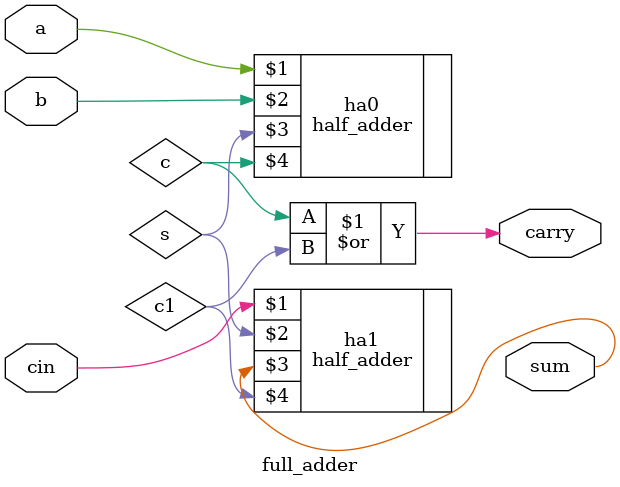
<source format=sv>
module full_adder(
    input a,b,cin,
    output sum,carry
);

wire c,c1,s;

half_adder ha0(a,b,s,c);
half_adder ha1(cin,s,sum,c1);

assign carry = c | c1 ;

endmodule



</source>
